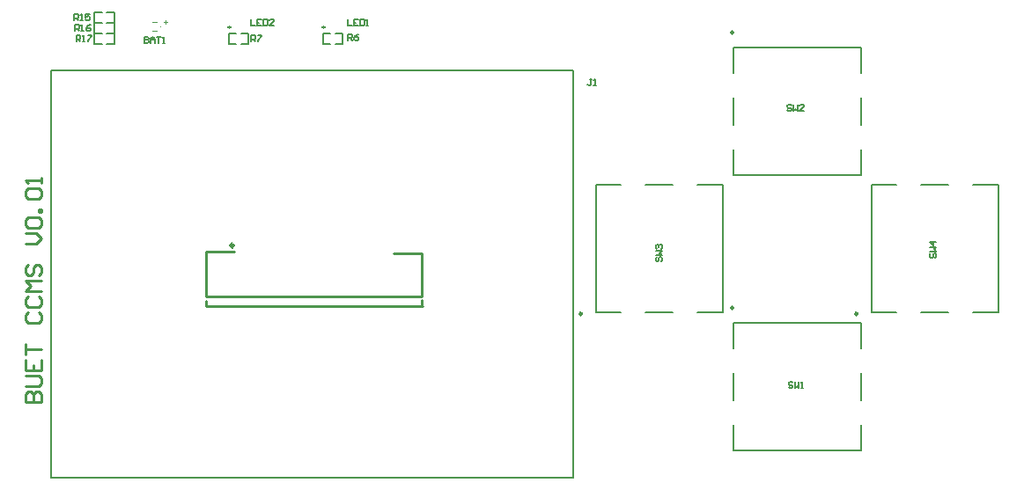
<source format=gbr>
%TF.GenerationSoftware,Altium Limited,Altium Designer,22.5.1 (42)*%
G04 Layer_Color=65535*
%FSLAX45Y45*%
%MOMM*%
%TF.SameCoordinates,ADDB7551-072C-4BAF-947E-D85C9ED3ECA7*%
%TF.FilePolarity,Positive*%
%TF.FileFunction,Legend,Top*%
%TF.Part,Single*%
G01*
G75*
%TA.AperFunction,NonConductor*%
%ADD30C,0.25400*%
%ADD31C,0.15240*%
%ADD32C,0.12700*%
%ADD48C,0.30000*%
%ADD49C,0.08001*%
%ADD50C,0.20000*%
%ADD51C,0.10000*%
G36*
X1436736Y5288595D02*
X1452174D01*
Y5278595D01*
X1436736D01*
Y5264084D01*
X1426736D01*
Y5278595D01*
X1412174D01*
Y5288595D01*
X1426736D01*
Y5304084D01*
X1436736D01*
Y5288595D01*
D02*
G37*
G36*
X2949888Y5243475D02*
X2964450D01*
Y5233475D01*
X2949888D01*
Y5217986D01*
X2939888D01*
Y5233475D01*
X2924450D01*
Y5243475D01*
X2939888D01*
Y5257986D01*
X2949888D01*
Y5243475D01*
D02*
G37*
G36*
X2043007D02*
X2057569D01*
Y5233475D01*
X2043007D01*
Y5217986D01*
X2033007D01*
Y5233475D01*
X2017569D01*
Y5243475D01*
X2033007D01*
Y5257986D01*
X2043007D01*
Y5243475D01*
D02*
G37*
D30*
X6887300Y2538600D02*
G03*
X6887300Y2538600I-12700J0D01*
G01*
X5429300Y2480600D02*
G03*
X5429300Y2480600I-12700J0D01*
G01*
X8079300D02*
G03*
X8079300Y2480600I-12700J0D01*
G01*
X6887300Y5188600D02*
G03*
X6887300Y5188600I-12700J0D01*
G01*
X3892415Y2562001D02*
Y2612001D01*
X1814418Y2555999D02*
X3895412D01*
X1814418Y2645997D02*
X3892412D01*
X1814418Y3075996D02*
X2085415D01*
X1814418Y2645997D02*
Y3075996D01*
Y2555999D02*
Y2605999D01*
X3892412Y2645997D02*
Y3057997D01*
X3615412D02*
X3892412D01*
X81079Y1629360D02*
X233430D01*
Y1705535D01*
X208038Y1730927D01*
X182646D01*
X157254Y1705535D01*
Y1629360D01*
Y1705535D01*
X131863Y1730927D01*
X106471D01*
X81079Y1705535D01*
Y1629360D01*
Y1781710D02*
X208038D01*
X233430Y1807102D01*
Y1857886D01*
X208038Y1883278D01*
X81079D01*
Y2035628D02*
Y1934061D01*
X233430D01*
Y2035628D01*
X157254Y1934061D02*
Y1984845D01*
X81079Y2086412D02*
Y2187979D01*
Y2137195D01*
X233430D01*
X106471Y2492681D02*
X81079Y2467289D01*
Y2416505D01*
X106471Y2391113D01*
X208038D01*
X233430Y2416505D01*
Y2467289D01*
X208038Y2492681D01*
X106471Y2645031D02*
X81079Y2619639D01*
Y2568856D01*
X106471Y2543464D01*
X208038D01*
X233430Y2568856D01*
Y2619639D01*
X208038Y2645031D01*
X233430Y2695815D02*
X81079D01*
X131863Y2746598D01*
X81079Y2797382D01*
X233430D01*
X106471Y2949733D02*
X81079Y2924341D01*
Y2873557D01*
X106471Y2848165D01*
X131863D01*
X157254Y2873557D01*
Y2924341D01*
X182646Y2949733D01*
X208038D01*
X233430Y2924341D01*
Y2873557D01*
X208038Y2848165D01*
X81079Y3152867D02*
X182646D01*
X233430Y3203650D01*
X182646Y3254434D01*
X81079D01*
X106471Y3305218D02*
X81079Y3330610D01*
Y3381393D01*
X106471Y3406785D01*
X208038D01*
X233430Y3381393D01*
Y3330610D01*
X208038Y3305218D01*
X106471D01*
X233430Y3457568D02*
X208038D01*
Y3482960D01*
X233430D01*
Y3457568D01*
X106471Y3584527D02*
X81079Y3609919D01*
Y3660703D01*
X106471Y3686094D01*
X208038D01*
X233430Y3660703D01*
Y3609919D01*
X208038Y3584527D01*
X106471D01*
X233430Y3736878D02*
Y3787661D01*
Y3762270D01*
X81079D01*
X106471Y3736878D01*
D31*
X2940875Y5080940D02*
X3012679D01*
X2940875D02*
Y5180660D01*
X3012679D01*
X3057921Y5080940D02*
X3129725D01*
Y5180660D01*
X3057921D02*
X3129725D01*
X743776Y5080940D02*
X815579D01*
X743776D02*
Y5180660D01*
X815579D01*
X860821Y5080940D02*
X932625D01*
Y5180660D01*
X860821D02*
X932625D01*
X743776Y5182540D02*
X815579D01*
X743776D02*
Y5282260D01*
X815579D01*
X860821Y5182540D02*
X932625D01*
Y5282260D01*
X860821D02*
X932625D01*
X743776Y5284140D02*
X815579D01*
X743776D02*
Y5383860D01*
X815579D01*
X860821Y5284140D02*
X932625D01*
Y5383860D01*
X860821D02*
X932625D01*
X6886900Y1167900D02*
X8112300D01*
Y1412570D01*
X6886900Y2393300D02*
X8112300D01*
X6886900Y2148629D02*
Y2393300D01*
Y1648629D02*
Y1912570D01*
Y1167900D02*
Y1412570D01*
X8112300Y1648629D02*
Y1912570D01*
Y2148629D02*
Y2393300D01*
X6787300Y2492900D02*
Y3718300D01*
X6542630D02*
X6787300D01*
X5561900Y2492900D02*
Y3718300D01*
Y2492900D02*
X5806571D01*
X6042630D02*
X6306571D01*
X6542630D02*
X6787300D01*
X6042630Y3718300D02*
X6306571D01*
X5561900D02*
X5806571D01*
X9437300Y2492900D02*
Y3718300D01*
X9192630D02*
X9437300D01*
X8211900Y2492900D02*
Y3718300D01*
Y2492900D02*
X8456571D01*
X8692630D02*
X8956571D01*
X9192630D02*
X9437300D01*
X8692630Y3718300D02*
X8956571D01*
X8211900D02*
X8456571D01*
X6886900Y3817900D02*
X8112300D01*
Y4062570D01*
X6886900Y5043300D02*
X8112300D01*
X6886900Y4798629D02*
Y5043300D01*
Y4298629D02*
Y4562570D01*
Y3817900D02*
Y4062570D01*
X8112300Y4298629D02*
Y4562570D01*
Y4798629D02*
Y5043300D01*
X2151040Y5180660D02*
X2222843D01*
Y5080940D02*
Y5180660D01*
X2151040Y5080940D02*
X2222843D01*
X2033994Y5180660D02*
X2105797D01*
X2033994Y5080940D02*
Y5180660D01*
Y5080940D02*
X2105797D01*
D32*
X567543Y5100810D02*
Y5160790D01*
X597533D01*
X607530Y5150793D01*
Y5130800D01*
X597533Y5120803D01*
X567543D01*
X587537D02*
X607530Y5100810D01*
X627524D02*
X647517D01*
X637520D01*
Y5160790D01*
X627524Y5150793D01*
X677507Y5160790D02*
X717494D01*
Y5150793D01*
X677507Y5110806D01*
Y5100810D01*
X554843Y5202410D02*
Y5262390D01*
X584833D01*
X594830Y5252393D01*
Y5232400D01*
X584833Y5222403D01*
X554843D01*
X574837D02*
X594830Y5202410D01*
X614824D02*
X634817D01*
X624820D01*
Y5262390D01*
X614824Y5252393D01*
X704794Y5262390D02*
X684801Y5252393D01*
X664807Y5232400D01*
Y5212406D01*
X674804Y5202410D01*
X694797D01*
X704794Y5212406D01*
Y5222403D01*
X694797Y5232400D01*
X664807D01*
X547325Y5304010D02*
Y5363990D01*
X577315D01*
X587311Y5353993D01*
Y5334000D01*
X577315Y5324003D01*
X547325D01*
X567318D02*
X587311Y5304010D01*
X607305D02*
X627299D01*
X617302D01*
Y5363990D01*
X607305Y5353993D01*
X697276Y5363990D02*
X657289D01*
Y5334000D01*
X677282Y5343997D01*
X687279D01*
X697276Y5334000D01*
Y5314006D01*
X687279Y5304010D01*
X667285D01*
X657289Y5314006D01*
X1220832Y5148090D02*
Y5088110D01*
X1250823D01*
X1260819Y5098106D01*
Y5108103D01*
X1250823Y5118100D01*
X1220832D01*
X1250823D01*
X1260819Y5128097D01*
Y5138093D01*
X1250823Y5148090D01*
X1220832D01*
X1280813Y5088110D02*
Y5128097D01*
X1300807Y5148090D01*
X1320800Y5128097D01*
Y5088110D01*
Y5118100D01*
X1280813D01*
X1340794Y5148090D02*
X1380781D01*
X1360787D01*
Y5088110D01*
X1400774D02*
X1420768D01*
X1410771D01*
Y5148090D01*
X1400774Y5138093D01*
X8786007Y3060413D02*
X8776010Y3050417D01*
Y3030423D01*
X8786007Y3020426D01*
X8796003D01*
X8806000Y3030423D01*
Y3050417D01*
X8815997Y3060413D01*
X8825994D01*
X8835990Y3050417D01*
Y3030423D01*
X8825994Y3020426D01*
X8776010Y3080407D02*
X8835990D01*
X8815997Y3100400D01*
X8835990Y3120394D01*
X8776010D01*
X8835990Y3170378D02*
X8776010D01*
X8806000Y3140387D01*
Y3180374D01*
X6148707Y3025113D02*
X6138710Y3015116D01*
Y2995123D01*
X6148707Y2985126D01*
X6158703D01*
X6168700Y2995123D01*
Y3015116D01*
X6178697Y3025113D01*
X6188693D01*
X6198690Y3015116D01*
Y2995123D01*
X6188693Y2985126D01*
X6138710Y3045106D02*
X6198690D01*
X6178697Y3065100D01*
X6198690Y3085093D01*
X6138710D01*
X6148707Y3105087D02*
X6138710Y3115084D01*
Y3135077D01*
X6148707Y3145074D01*
X6158703D01*
X6168700Y3135077D01*
Y3125081D01*
Y3135077D01*
X6178697Y3145074D01*
X6188693D01*
X6198690Y3135077D01*
Y3115084D01*
X6188693Y3105087D01*
X7443113Y4481893D02*
X7433116Y4491890D01*
X7413123D01*
X7403126Y4481893D01*
Y4471897D01*
X7413123Y4461900D01*
X7433116D01*
X7443113Y4451903D01*
Y4441906D01*
X7433116Y4431910D01*
X7413123D01*
X7403126Y4441906D01*
X7463106Y4491890D02*
Y4431910D01*
X7483100Y4451903D01*
X7503093Y4431910D01*
Y4491890D01*
X7563074Y4431910D02*
X7523087D01*
X7563074Y4471897D01*
Y4481893D01*
X7553077Y4491890D01*
X7533084D01*
X7523087Y4481893D01*
X7456910Y1813293D02*
X7446913Y1823290D01*
X7426919D01*
X7416923Y1813293D01*
Y1803297D01*
X7426919Y1793300D01*
X7446913D01*
X7456910Y1783303D01*
Y1773306D01*
X7446913Y1763310D01*
X7426919D01*
X7416923Y1773306D01*
X7476903Y1823290D02*
Y1763310D01*
X7496897Y1783303D01*
X7516890Y1763310D01*
Y1823290D01*
X7536884Y1763310D02*
X7556877D01*
X7546881D01*
Y1823290D01*
X7536884Y1813293D01*
X5524517Y4741690D02*
X5504524D01*
X5514520D01*
Y4691706D01*
X5504524Y4681710D01*
X5494527D01*
X5484530Y4691706D01*
X5544511Y4681710D02*
X5564504D01*
X5554507D01*
Y4741690D01*
X5544511Y4731693D01*
X2245872Y5313190D02*
Y5253210D01*
X2285859D01*
X2345839Y5313190D02*
X2305852D01*
Y5253210D01*
X2345839D01*
X2305852Y5283200D02*
X2325846D01*
X2365833Y5313190D02*
Y5253210D01*
X2395823D01*
X2405820Y5263206D01*
Y5303193D01*
X2395823Y5313190D01*
X2365833D01*
X2465800Y5253210D02*
X2425813D01*
X2465800Y5293197D01*
Y5303193D01*
X2455804Y5313190D01*
X2435810D01*
X2425813Y5303193D01*
X3176632Y5313190D02*
Y5253210D01*
X3216619D01*
X3276600Y5313190D02*
X3236613D01*
Y5253210D01*
X3276600D01*
X3236613Y5283200D02*
X3256607D01*
X3296594Y5313190D02*
Y5253210D01*
X3326584D01*
X3336581Y5263206D01*
Y5303193D01*
X3326584Y5313190D01*
X3296594D01*
X3356574Y5253210D02*
X3376568D01*
X3366571D01*
Y5313190D01*
X3356574Y5303193D01*
X2251053Y5100810D02*
Y5160790D01*
X2281043D01*
X2291040Y5150793D01*
Y5130800D01*
X2281043Y5120803D01*
X2251053D01*
X2271047D02*
X2291040Y5100810D01*
X2311034Y5160790D02*
X2351021D01*
Y5150793D01*
X2311034Y5110806D01*
Y5100810D01*
X3180998Y5113510D02*
Y5173490D01*
X3210988D01*
X3220985Y5163493D01*
Y5143500D01*
X3210988Y5133503D01*
X3180998D01*
X3200992D02*
X3220985Y5113510D01*
X3280965Y5173490D02*
X3260972Y5163493D01*
X3240979Y5143500D01*
Y5123506D01*
X3250975Y5113510D01*
X3270969D01*
X3280965Y5123506D01*
Y5133503D01*
X3270969Y5143500D01*
X3240979D01*
D48*
X2079731Y3137405D02*
G03*
X2079731Y3137405I-15011J0D01*
G01*
D49*
X1380236Y5245075D02*
G03*
X1380236Y5245075I-5004J0D01*
G01*
D50*
X323170Y906807D02*
X5343170D01*
Y4826807D01*
X323170D02*
X5343170D01*
X323170Y906807D02*
Y4826807D01*
D51*
X1300800Y5205100D02*
X1340800D01*
X1300800Y5285100D02*
X1340800D01*
%TF.MD5,b6a93208b925fd38b2c631022718742b*%
M02*

</source>
